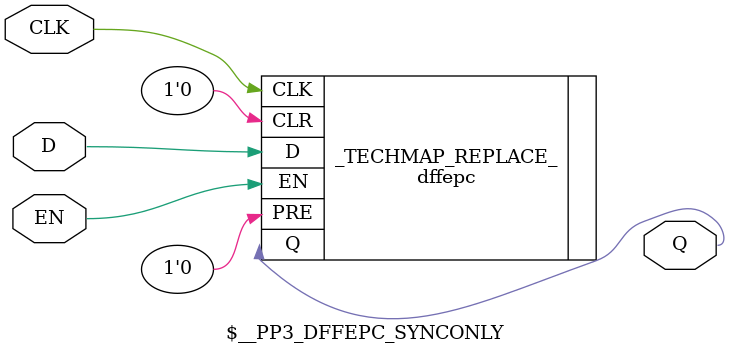
<source format=v>
module $__PP3_DFFEPC_SYNCONLY (
  output Q,
  input D,
  input CLK,
  input EN,
);

// For some reason ABC9 adds init attributes to wires even though they were removed before mapping.
// As a workaround, remove any init attributes that get reintroduced.
wire _TECHMAP_REMOVEINIT_Q_ = 1;

dffepc _TECHMAP_REPLACE_ (.Q(Q), .D(D), .CLK(CLK), .EN(EN), .PRE(1'b0), .CLR(1'b0));

endmodule

</source>
